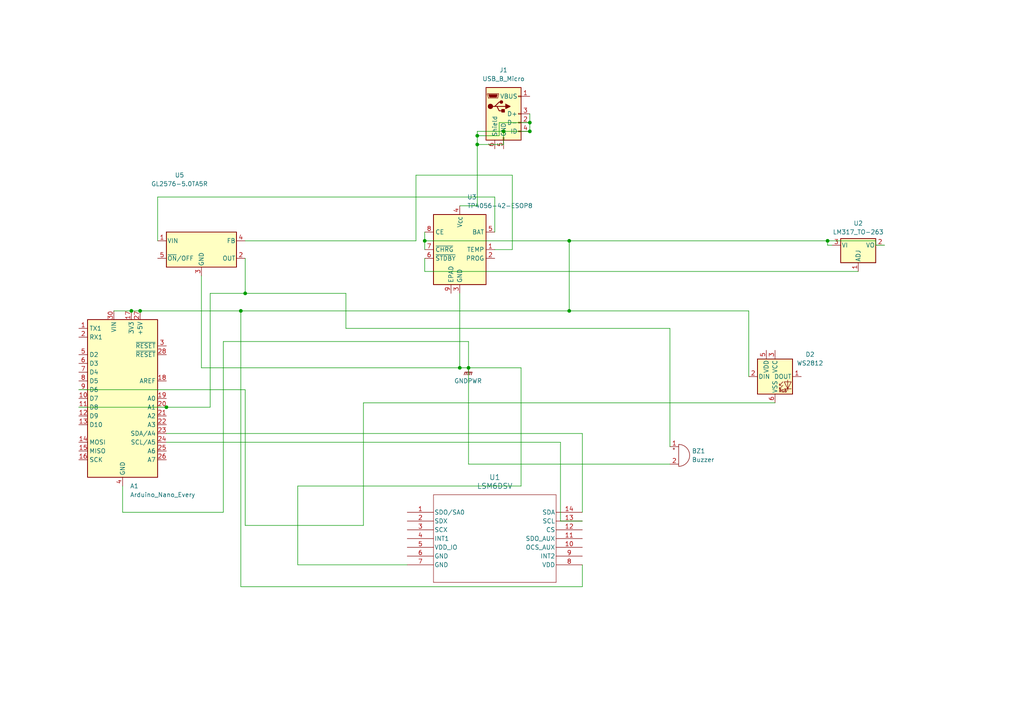
<source format=kicad_sch>
(kicad_sch (version 20250114) (generator "eeschema") (generator_version "9.0")
  (paper "A4")
  (lib_symbols
    (symbol "Battery_Management:TP4056-42-ESOP8"
      (property "Reference" "U" (at -6.604 11.684 0))
      (property "Value" "TP4056-42-ESOP8" (at 10.16 11.684 0))
      (symbol "TP4056-42-ESOP8_1_0"
        (pin input line (at -10.16 5.08 0) (length 2.54) (name "CE") (number "8"))
        (pin open_collector line (at -10.16 0 0) (length 2.54) (name "~{CHRG}") (number "7"))
        (pin open_collector line (at -10.16 -2.54 0) (length 2.54) (name "~{STDBY}") (number "6"))
        (pin passive line (at -2.54 -12.7 90) (length 2.54) (name "EPAD") (number "9"))
        (pin power_in line (at 0 12.7 270) (length 2.54) (name "V_{CC}") (number "4"))
        (pin power_in line (at 0 -12.7 90) (length 2.54) (name "GND") (number "3"))
        (pin power_out line (at 10.16 5.08 180) (length 2.54) (name "BAT") (number "5"))
        (pin input line (at 10.16 0 180) (length 2.54) (name "TEMP") (number "1"))
        (pin passive line (at 10.16 -2.54 180) (length 2.54) (name "PROG") (number "2"))
      )
      (symbol "TP4056-42-ESOP8_1_1"
        (rectangle (start -7.62 10.16) (end 7.62 -10.16) (stroke (width 0.254)) (fill (type background)))
      )
    )
    (symbol "Connector:USB_B_Micro" (pin_names (offset 1.016))
      (property "Reference" "J" (at -5.08 11.43 0))
      (property "Value" "USB_B_Micro" (at -5.08 8.89 0))
      (symbol "USB_B_Micro_0_1"
        (rectangle (start -5.08 -7.62) (end 5.08 7.62) (stroke (width 0.254)) (fill (type background)))
        (polyline (pts (xy -4.699 5.842) (xy -4.699 5.588) (xy -4.445 4.826) (xy -4.445 4.572) (xy -1.651 4.572) (xy -1.651 4.826) (xy -1.397 5.588) (xy -1.397 5.842) (xy -4.699 5.842)))
        (polyline (pts (xy -4.318 5.588) (xy -1.778 5.588) (xy -2.032 4.826) (xy -4.064 4.826) (xy -4.318 5.588)) (fill (type outline)))
        (circle (center -3.81 2.159) (radius 0.635) (stroke (width 0.254)) (fill (type outline)))
        (polyline (pts (xy -3.175 2.159) (xy -2.54 2.159) (xy -1.27 3.429) (xy -0.635 3.429)) (stroke (width 0.254)))
        (polyline (pts (xy -2.54 2.159) (xy -1.905 2.159) (xy -1.27 0.889) (xy 0 0.889)) (stroke (width 0.254)))
        (polyline (pts (xy -1.905 2.159) (xy 0.635 2.159)) (stroke (width 0.254)))
        (circle (center -0.635 3.429) (radius 0.381) (stroke (width 0.254)) (fill (type outline)))
        (rectangle (start -0.127 -7.62) (end 0.127 -6.858))
        (rectangle (start 0.254 1.27) (end -0.508 0.508) (stroke (width 0.254)) (fill (type outline)))
        (polyline (pts (xy 0.635 2.794) (xy 0.635 1.524) (xy 1.905 2.159) (xy 0.635 2.794)) (stroke (width 0.254)) (fill (type outline)))
        (rectangle (start 5.08 4.953) (end 4.318 5.207))
        (rectangle (start 5.08 -0.127) (end 4.318 0.127))
        (rectangle (start 5.08 -2.667) (end 4.318 -2.413))
        (rectangle (start 5.08 -5.207) (end 4.318 -4.953))
      )
      (symbol "USB_B_Micro_1_1"
        (pin passive line (at -2.54 -10.16 90) (length 2.54) (name "Shield") (number "6"))
        (pin power_out line (at 0 -10.16 90) (length 2.54) (name "GND") (number "5"))
        (pin power_out line (at 7.62 5.08 180) (length 2.54) (name "VBUS") (number "1"))
        (pin bidirectional line (at 7.62 0 180) (length 2.54) (name "D+") (number "3"))
        (pin bidirectional line (at 7.62 -2.54 180) (length 2.54) (name "D-") (number "2"))
        (pin passive line (at 7.62 -5.08 180) (length 2.54) (name "ID") (number "4"))
      )
    )
    (symbol "Device:Buzzer" (pin_names (offset 0.0254) (hide yes))
      (property "Reference" "BZ" (at 3.81 1.27 0))
      (property "Value" "Buzzer" (at 3.81 -1.27 0))
      (symbol "Buzzer_0_1"
        (polyline (pts (xy -1.651 1.905) (xy -1.143 1.905)))
        (polyline (pts (xy -1.397 2.159) (xy -1.397 1.651)))
        (arc (start 0 3.175) (mid 3.1612 0) (end 0 -3.175))
        (polyline (pts (xy 0 3.175) (xy 0 -3.175)))
      )
      (symbol "Buzzer_1_1"
        (pin passive line (at -2.54 2.54 0) (length 2.54) (name "+") (number "1"))
        (pin passive line (at -2.54 -2.54 0) (length 2.54) (name "-") (number "2"))
      )
    )
    (symbol "LED:WS2812" (pin_names (offset 0.254))
      (property "Reference" "D" (at 5.08 5.715 0))
      (property "Value" "WS2812" (at 1.27 -5.715 0))
      (symbol "WS2812_0_0"
        (text "RGB" (at 2.286 -4.191 0) (effects (font (size 0.762 0.762))))
      )
      (symbol "WS2812_0_1"
        (polyline (pts (xy 1.27 -2.54) (xy 1.778 -2.54)))
        (polyline (pts (xy 1.27 -3.556) (xy 1.778 -3.556)))
        (polyline (pts (xy 2.286 -1.524) (xy 1.27 -2.54) (xy 1.27 -2.032)))
        (polyline (pts (xy 2.286 -2.54) (xy 1.27 -3.556) (xy 1.27 -3.048)))
        (polyline (pts (xy 3.683 -1.016) (xy 3.683 -3.556) (xy 3.683 -4.064)))
        (polyline (pts (xy 4.699 -1.524) (xy 2.667 -1.524) (xy 3.683 -3.556) (xy 4.699 -1.524)))
        (polyline (pts (xy 4.699 -3.556) (xy 2.667 -3.556)))
        (rectangle (start 5.08 5.08) (end -5.08 -5.08) (stroke (width 0.254)) (fill (type background)))
      )
      (symbol "WS2812_1_1"
        (pin input line (at -7.62 0 0) (length 2.54) (name "DIN") (number "2"))
        (pin power_in line (at -2.54 7.62 270) (length 2.54) (name "VDD") (number "5"))
        (pin power_in line (at 0 7.62 270) (length 2.54) (name "VCC") (number "3"))
        (pin power_in line (at 0 -7.62 90) (length 2.54) (name "VSS") (number "6"))
        (pin no_connect line (at 5.08 2.54 180) (length 2.54) (hide yes) (name "NC") (number "4"))
        (pin output line (at 7.62 0 180) (length 2.54) (name "DOUT") (number "1"))
      )
    )
    (symbol "LSM6DSV:LSM6DSV" (pin_names (offset 0.254))
      (property "Reference" "U" (at 25.4 10.16 0))
      (property "Value" "LSM6DSV" (at 25.4 7.62 0))
      (symbol "LSM6DSV_0_1"
        (polyline (pts (xy 7.62 5.08) (xy 7.62 -20.32)) (stroke (width 0.127)))
        (polyline (pts (xy 7.62 -20.32) (xy 43.18 -20.32)) (stroke (width 0.127)))
        (polyline (pts (xy 43.18 5.08) (xy 7.62 5.08)) (stroke (width 0.127)))
        (polyline (pts (xy 43.18 -20.32) (xy 43.18 5.08)) (stroke (width 0.127)))
        (pin unspecified line (at 0 0 0) (length 7.62) (name "SDO/SA0") (number "1"))
        (pin unspecified line (at 0 -2.54 0) (length 7.62) (name "SDX") (number "2"))
        (pin unspecified line (at 0 -5.08 0) (length 7.62) (name "SCX") (number "3"))
        (pin unspecified line (at 0 -7.62 0) (length 7.62) (name "INT1") (number "4"))
        (pin power_in line (at 0 -10.16 0) (length 7.62) (name "VDD_IO") (number "5"))
        (pin power_out line (at 0 -12.7 0) (length 7.62) (name "GND") (number "6"))
        (pin power_out line (at 0 -15.24 0) (length 7.62) (name "GND") (number "7"))
        (pin unspecified line (at 50.8 0 180) (length 7.62) (name "SDA") (number "14"))
        (pin unspecified line (at 50.8 -2.54 180) (length 7.62) (name "SCL") (number "13"))
        (pin unspecified line (at 50.8 -5.08 180) (length 7.62) (name "CS") (number "12"))
        (pin unspecified line (at 50.8 -7.62 180) (length 7.62) (name "SDO_AUX") (number "11"))
        (pin unspecified line (at 50.8 -10.16 180) (length 7.62) (name "OCS_AUX") (number "10"))
        (pin unspecified line (at 50.8 -12.7 180) (length 7.62) (name "INT2") (number "9"))
        (pin power_in line (at 50.8 -15.24 180) (length 7.62) (name "VDD") (number "8"))
      )
    )
    (symbol "MCU_Module:Arduino_Nano_Every"
      (property "Reference" "A" (at -10.16 23.495 0))
      (property "Value" "Arduino_Nano_Every" (at 5.08 -24.13 0))
      (symbol "Arduino_Nano_Every_0_1"
        (rectangle (start -10.16 22.86) (end 10.16 -22.86) (stroke (width 0.254)) (fill (type background)))
      )
      (symbol "Arduino_Nano_Every_1_1"
        (pin bidirectional line (at -12.7 20.32 0) (length 2.54) (name "TX1") (number "1"))
        (pin bidirectional line (at -12.7 17.78 0) (length 2.54) (name "RX1") (number "2"))
        (pin bidirectional line (at -12.7 12.7 0) (length 2.54) (name "D2") (number "5"))
        (pin bidirectional line (at -12.7 10.16 0) (length 2.54) (name "D3") (number "6"))
        (pin bidirectional line (at -12.7 7.62 0) (length 2.54) (name "D4") (number "7"))
        (pin bidirectional line (at -12.7 5.08 0) (length 2.54) (name "D5") (number "8"))
        (pin bidirectional line (at -12.7 2.54 0) (length 2.54) (name "D6") (number "9"))
        (pin bidirectional line (at -12.7 0 0) (length 2.54) (name "D7") (number "10"))
        (pin bidirectional line (at -12.7 -2.54 0) (length 2.54) (name "D8") (number "11"))
        (pin bidirectional line (at -12.7 -5.08 0) (length 2.54) (name "D9") (number "12"))
        (pin bidirectional line (at -12.7 -7.62 0) (length 2.54) (name "D10") (number "13"))
        (pin bidirectional line (at -12.7 -12.7 0) (length 2.54) (name "MOSI") (number "14"))
        (pin bidirectional line (at -12.7 -15.24 0) (length 2.54) (name "MISO") (number "15"))
        (pin bidirectional line (at -12.7 -17.78 0) (length 2.54) (name "SCK") (number "16"))
        (pin power_in line (at -2.54 25.4 270) (length 2.54) (name "VIN") (number "30"))
        (pin passive line (at 0 -25.4 90) (length 2.54) (hide yes) (name "GND") (number "29"))
        (pin power_in line (at 0 -25.4 90) (length 2.54) (name "GND") (number "4"))
        (pin power_out line (at 2.54 25.4 270) (length 2.54) (name "3V3") (number "17"))
        (pin power_out line (at 5.08 25.4 270) (length 2.54) (name "+5V") (number "27"))
        (pin input line (at 12.7 15.24 180) (length 2.54) (name "~{RESET}") (number "3"))
        (pin input line (at 12.7 12.7 180) (length 2.54) (name "~{RESET}") (number "28"))
        (pin input line (at 12.7 5.08 180) (length 2.54) (name "AREF") (number "18"))
        (pin bidirectional line (at 12.7 0 180) (length 2.54) (name "A0") (number "19"))
        (pin bidirectional line (at 12.7 -2.54 180) (length 2.54) (name "A1") (number "20"))
        (pin bidirectional line (at 12.7 -5.08 180) (length 2.54) (name "A2") (number "21"))
        (pin bidirectional line (at 12.7 -7.62 180) (length 2.54) (name "A3") (number "22"))
        (pin bidirectional line (at 12.7 -10.16 180) (length 2.54) (name "SDA/A4") (number "23"))
        (pin bidirectional line (at 12.7 -12.7 180) (length 2.54) (name "SCL/A5") (number "24"))
        (pin bidirectional line (at 12.7 -15.24 180) (length 2.54) (name "A6") (number "25"))
        (pin bidirectional line (at 12.7 -17.78 180) (length 2.54) (name "A7") (number "26"))
      )
    )
    (symbol "Regulator_Linear:LM317_TO-263" (pin_names (offset 0.254))
      (property "Reference" "U" (at -3.81 3.175 0))
      (property "Value" "LM317_TO-263" (at 0 3.175 0))
      (symbol "LM317_TO-263_0_1"
        (rectangle (start -5.08 1.905) (end 5.08 -5.08) (stroke (width 0.254)) (fill (type background)))
      )
      (symbol "LM317_TO-263_1_1"
        (pin power_in line (at -7.62 0 0) (length 2.54) (name "VI") (number "3"))
        (pin input line (at 0 -7.62 90) (length 2.54) (name "ADJ") (number "1"))
        (pin power_out line (at 7.62 0 180) (length 2.54) (name "VO") (number "2"))
      )
    )
    (symbol "Regulator_Switching:GL2576-5.0TA5R" (pin_names (offset 0.254))
      (property "Reference" "U" (at -10.16 6.35 0))
      (property "Value" "GL2576-5.0TA5R" (at 0 6.35 0))
      (symbol "GL2576-5.0TA5R_0_1"
        (rectangle (start -10.16 5.08) (end 10.16 -5.08) (stroke (width 0.254)) (fill (type background)))
      )
      (symbol "GL2576-5.0TA5R_1_1"
        (pin power_in line (at -12.7 2.54 0) (length 2.54) (name "VIN") (number "1"))
        (pin input line (at -12.7 -2.54 0) (length 2.54) (name "~{ON}/OFF") (number "5"))
        (pin power_in line (at 0 -7.62 90) (length 2.54) (name "GND") (number "3"))
        (pin input line (at 12.7 2.54 180) (length 2.54) (name "FB") (number "4"))
        (pin output line (at 12.7 -2.54 180) (length 2.54) (name "OUT") (number "2"))
      )
    )
    (symbol "power:GNDPWR" (power) (pin_numbers (hide yes)) (pin_names (offset 0) (hide yes))
      (property "Value" "GNDPWR" (at 0 -3.302 0))
      (symbol "GNDPWR_0_1"
        (polyline (pts (xy -1.016 -1.27) (xy -1.27 -2.032) (xy -1.27 -2.032)) (stroke (width 0.2032)))
        (polyline (pts (xy -0.508 -1.27) (xy -0.762 -2.032) (xy -0.762 -2.032)) (stroke (width 0.2032)))
        (polyline (pts (xy 0 -1.27) (xy 0 0)))
        (polyline (pts (xy 0 -1.27) (xy -0.254 -2.032) (xy -0.254 -2.032)) (stroke (width 0.2032)))
        (polyline (pts (xy 0.508 -1.27) (xy 0.254 -2.032) (xy 0.254 -2.032)) (stroke (width 0.2032)))
        (polyline (pts (xy 1.016 -1.27) (xy -1.016 -1.27) (xy -1.016 -1.27)) (stroke (width 0.2032)))
        (polyline (pts (xy 1.016 -1.27) (xy 0.762 -2.032) (xy 0.762 -2.032) (xy 0.762 -2.032)) (stroke (width 0.2032)))
      )
      (symbol "GNDPWR_1_1"
        (pin power_in line (at 0 0 270) (length 0) (name "~") (number "1"))
      )
    )
  )
  (junction (at 135.89 106.68))
  (junction (at 40.64 90.17))
  (junction (at 146.05 38.1))
  (junction (at 48.26 118.11))
  (junction (at 71.12 85.09))
  (junction (at 153.67 38.1))
  (junction (at 240.03 69.85))
  (junction (at 133.35 106.68))
  (junction (at 153.67 35.56))
  (junction (at 123.19 69.85))
  (junction (at 138.43 41.91))
  (junction (at 38.1 90.17))
  (junction (at 138.43 39.37))
  (junction (at 165.1 90.17))
  (junction (at 69.85 90.17))
  (junction (at 165.1 69.85))
  (wire (pts (xy 138.43 41.91) (xy 138.43 59.69)))
  (wire (pts (xy 71.12 85.09) (xy 71.12 74.93)))
  (wire (pts (xy 105.41 116.84) (xy 224.79 116.84)))
  (wire (pts (xy 138.43 59.69) (xy 133.35 59.69)))
  (wire (pts (xy 217.17 90.17) (xy 217.17 109.22)))
  (wire (pts (xy 143.51 57.15) (xy 143.51 67.31)))
  (wire (pts (xy 40.64 90.17) (xy 69.85 90.17)))
  (wire (pts (xy 48.26 125.73) (xy 168.91 125.73)))
  (wire (pts (xy 69.85 90.17) (xy 165.1 90.17)))
  (wire (pts (xy 86.36 140.97) (xy 86.36 163.83)))
  (wire (pts (xy 217.17 90.17) (xy 165.1 90.17)))
  (wire (pts (xy 165.1 90.17) (xy 165.1 69.85)))
  (wire (pts (xy 100.33 95.25) (xy 194.31 95.25)))
  (wire (pts (xy 168.91 170.18) (xy 168.91 163.83)))
  (wire (pts (xy 64.77 99.06) (xy 135.89 99.06)))
  (wire (pts (xy 254 71.12) (xy 254 69.85)))
  (wire (pts (xy 148.59 50.8) (xy 148.59 72.39)))
  (wire (pts (xy 144.78 35.56) (xy 144.78 39.37)))
  (wire (pts (xy 194.31 134.62) (xy 135.89 134.62)))
  (wire (pts (xy 45.72 57.15) (xy 143.51 57.15)))
  (wire (pts (xy 194.31 95.25) (xy 194.31 129.54)))
  (wire (pts (xy 133.35 106.68) (xy 135.89 106.68)))
  (wire (pts (xy 71.12 152.4) (xy 105.41 152.4)))
  (wire (pts (xy 254 71.12) (xy 256.54 71.12)))
  (wire (pts (xy 240.03 69.85) (xy 165.1 69.85)))
  (wire (pts (xy 153.67 38.1) (xy 146.05 38.1)))
  (wire (pts (xy 144.78 39.37) (xy 138.43 39.37)))
  (wire (pts (xy 123.19 69.85) (xy 165.1 69.85)))
  (wire (pts (xy 120.65 69.85) (xy 120.65 50.8)))
  (wire (pts (xy 105.41 152.4) (xy 105.41 116.84)))
  (wire (pts (xy 86.36 140.97) (xy 151.13 140.97)))
  (wire (pts (xy 146.05 41.91) (xy 138.43 41.91)))
  (wire (pts (xy 123.19 69.85) (xy 123.19 67.31)))
  (wire (pts (xy 151.13 140.97) (xy 151.13 106.68)))
  (wire (pts (xy 118.11 163.83) (xy 86.36 163.83)))
  (wire (pts (xy 135.89 134.62) (xy 135.89 106.68)))
  (wire (pts (xy 45.72 69.85) (xy 45.72 57.15)))
  (wire (pts (xy 153.67 35.56) (xy 153.67 38.1)))
  (wire (pts (xy 71.12 113.03) (xy 71.12 152.4)))
  (wire (pts (xy 138.43 39.37) (xy 138.43 41.91)))
  (wire (pts (xy 100.33 85.09) (xy 100.33 95.25)))
  (wire (pts (xy 58.42 106.68) (xy 133.35 106.68)))
  (wire (pts (xy 153.67 33.02) (xy 153.67 35.56)))
  (wire (pts (xy 71.12 69.85) (xy 120.65 69.85)))
  (wire (pts (xy 69.85 170.18) (xy 168.91 170.18)))
  (wire (pts (xy 48.26 118.11) (xy 60.96 118.11)))
  (wire (pts (xy 143.51 72.39) (xy 148.59 72.39)))
  (wire (pts (xy 48.26 128.27) (xy 162.56 128.27)))
  (wire (pts (xy 60.96 85.09) (xy 71.12 85.09)))
  (wire (pts (xy 168.91 125.73) (xy 168.91 148.59)))
  (wire (pts (xy 248.92 78.74) (xy 123.19 78.74)))
  (wire (pts (xy 69.85 90.17) (xy 69.85 170.18)))
  (wire (pts (xy 241.3 71.12) (xy 240.03 71.12)))
  (wire (pts (xy 120.65 50.8) (xy 148.59 50.8)))
  (wire (pts (xy 146.05 38.1) (xy 146.05 41.91)))
  (wire (pts (xy 58.42 80.01) (xy 58.42 106.68)))
  (wire (pts (xy 35.56 140.97) (xy 35.56 148.59)))
  (wire (pts (xy 33.02 90.17) (xy 38.1 90.17)))
  (wire (pts (xy 22.86 113.03) (xy 71.12 113.03)))
  (wire (pts (xy 71.12 85.09) (xy 100.33 85.09)))
  (wire (pts (xy 38.1 90.17) (xy 40.64 90.17)))
  (wire (pts (xy 162.56 128.27) (xy 162.56 151.13)))
  (wire (pts (xy 64.77 148.59) (xy 64.77 99.06)))
  (wire (pts (xy 60.96 118.11) (xy 60.96 85.09)))
  (wire (pts (xy 151.13 106.68) (xy 135.89 106.68)))
  (wire (pts (xy 153.67 35.56) (xy 144.78 35.56)))
  (wire (pts (xy 135.89 99.06) (xy 135.89 106.68)))
  (wire (pts (xy 123.19 69.85) (xy 123.19 72.39)))
  (wire (pts (xy 146.05 38.1) (xy 138.43 38.1)))
  (wire (pts (xy 162.56 151.13) (xy 168.91 151.13)))
  (wire (pts (xy 35.56 148.59) (xy 64.77 148.59)))
  (wire (pts (xy 254 69.85) (xy 240.03 69.85)))
  (wire (pts (xy 133.35 85.09) (xy 133.35 106.68)))
  (wire (pts (xy 22.86 118.11) (xy 48.26 118.11)))
  (wire (pts (xy 138.43 38.1) (xy 138.43 39.37)))
  (wire (pts (xy 123.19 78.74) (xy 123.19 74.93)))
  (wire (pts (xy 240.03 71.12) (xy 240.03 69.85)))
  (symbol (lib_id "Device:Buzzer") (at 196.85 132.08 0) (unit 1)
    (property "Reference" "BZ1" (at 200.66 130.8099 0) (effects (justify left)))
    (property "Value" "Buzzer" (at 200.66 133.3499 0) (effects (justify left)))
    (property "Description" "Buzzer, polarized" (effects (hide yes)))
  )
  (symbol (lib_id "Connector:USB_B_Micro") (at 146.05 33.02 0) (unit 1)
    (property "Reference" "J1" (at 146.05 20.32 0))
    (property "Value" "USB_B_Micro" (at 146.05 22.86 0))
    (property "Description" "USB Micro Type B connector" (effects (hide yes)))
  )
  (symbol (lib_id "Battery_Management:TP4056-42-ESOP8") (at 133.35 72.39 0) (unit 1)
    (property "Reference" "U3" (at 135.4933 57.15 0) (effects (justify left)))
    (property "Value" "TP4056-42-ESOP8" (at 135.4933 59.69 0) (effects (justify left)))
    (property "Footprint" "Package_SO:SOIC-8-1EP_3.9x4.9mm_P1.27mm_EP2.41x3.3mm_ThermalVias" (effects (hide yes)))
    (property "Datasheet" "https://www.lcsc.com/datasheet/lcsc_datasheet_2410121619_TOPPOWER-Nanjing-Extension-Microelectronics-TP4056-42-ESOP8_C16581.pdf" (effects (hide yes)))
    (property "Description" "1A Standalone Linear Li-ion/LiPo single-cell battery charger, 4.2V ±1% charge voltage, VCC = 4.0..8.0V, SOIC-8 (SOP-8)" (effects (hide yes)))
  )
  (symbol (lib_id "Regulator_Linear:LM317_TO-263") (at 248.92 71.12 0) (unit 1)
    (property "Reference" "U2" (at 248.92 64.77 0))
    (property "Value" "LM317_TO-263" (at 248.92 67.31 0))
    (property "Footprint" "Package_TO_SOT_SMD:TO-263-2" (effects (hide yes)))
    (property "Datasheet" "http://www.ti.com/lit/ds/symlink/lm317.pdf" (effects (hide yes)))
    (property "Description" "1.5A 35V Adjustable Linear Regulator, TO-263" (effects (hide yes)))
  )
  (symbol (lib_id "LED:WS2812") (at 224.79 109.22 0) (unit 1)
    (property "Reference" "D2" (at 234.95 102.7998 0))
    (property "Value" "WS2812" (at 234.95 105.3398 0))
    (property "Footprint" "LED_SMD:LED_WS2812_PLCC6_5.0x5.0mm_P1.6mm" (effects (hide yes)))
    (property "Datasheet" "https://cdn-shop.adafruit.com/datasheets/WS2812.pdf" (effects (hide yes)))
    (property "Description" "RGB LED with integrated controller" (effects (hide yes)))
  )
  (symbol (lib_id "Regulator_Switching:GL2576-5.0TA5R") (at 58.42 72.39 0) (unit 1)
    (property "Reference" "U5" (at 52.07 50.8 0))
    (property "Value" "GL2576-5.0TA5R" (at 52.07 53.34 0))
    (property "Footprint" "Package_TO_SOT_SMD:TO-263-5_TabPin3" (effects (hide yes)))
    (property "Datasheet" "http://www.dianyuan.com/bbs/u/54/437861181916300.pdf" (effects (hide yes)))
    (property "Description" "5V 3A, 52KHz Step Down Converter, TO263-5 (D2-PAK)" (effects (hide yes)))
  )
  (symbol (lib_id "power:GNDPWR") (at 135.89 106.68 0) (unit 1)
    (property "Reference" "#PWR01" (effects (hide yes)))
    (property "Value" "GNDPWR" (at 135.763 110.49 0))
    (property "Description" "Power symbol creates a global label with name \"GNDPWR\" , global ground" (effects (hide yes)))
  )
  (symbol (lib_id "LSM6DSV:LSM6DSV") (at 118.11 148.59 0) (unit 1)
    (property "Reference" "U1" (at 143.51 138.43 0) (effects (font (size 1.524 1.524))))
    (property "Value" "LSM6DSV" (at 143.51 140.97 0) (effects (font (size 1.524 1.524))))
    (property "Datasheet" "LSM6DSV" (effects (hide yes)))
  )
  (symbol (lib_id "MCU_Module:Arduino_Nano_Every") (at 35.56 115.57 0) (unit 1)
    (property "Reference" "A1" (at 37.7033 140.97 0) (effects (justify left)))
    (property "Value" "Arduino_Nano_Every" (at 37.7033 143.51 0) (effects (justify left)))
    (property "Footprint" "Module:Arduino_Nano" (effects (hide yes)))
    (property "Datasheet" "https://content.arduino.cc/assets/NANOEveryV3.0_sch.pdf" (effects (hide yes)))
    (property "Description" "Arduino Nano Every" (effects (hide yes)))
  )
)
</source>
